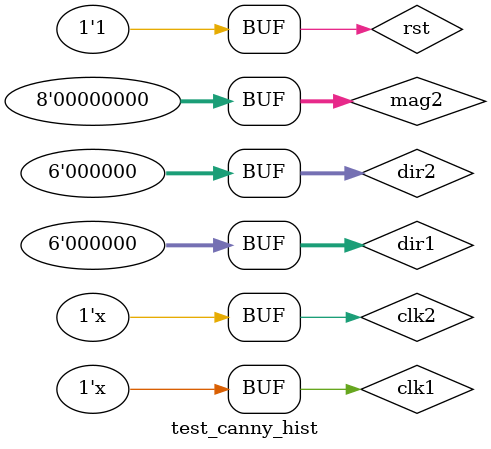
<source format=v>
`timescale 1ns / 1ps


module test_canny_hist;

	// Inputs
	reg clk1;
	reg clk2;
	reg rst;
	reg [7:0] mag1;
	reg [7:0] mag2;
	reg [5:0] dir1;
	reg [5:0] dir2;

	// Outputs
	wire [17:0] addr;
	wire canny_edge;

	// Instantiate the Unit Under Test (UUT)
	canny uut (
		.clk1(clk1), 
		.clk2(clk2), 
		.rst(rst), 
		.mag1(mag1), 
		.mag2(mag2), 
		.dir1(dir1), 
//		.dir2(dir2), 
		.addr(addr), 
		.canny_edge(canny_edge)
	);

	initial begin
		// Initialize Inputs
		clk1 = 0;
		clk2 = 0;
		rst = 0;
		mag1 = 0;
		mag2 = 0;
		dir1 = 0;
		dir2 = 0;

		// Wait 100 ns for global reset to finish
		#100;
      rst=1;  
		// Add stimulus here

	end
	
	always
	#5 clk1=~clk1;
	
	always
	#2.5 clk2=~clk2;
	
	always@(posedge clk1 or negedge rst)
	begin
		if(!rst)
		begin
			mag1<=0;
		end
		else
		begin
			if(mag1<128)
				mag1<=mag1+1;
			else
				mag1<=0;
		end
	end
      
endmodule


</source>
